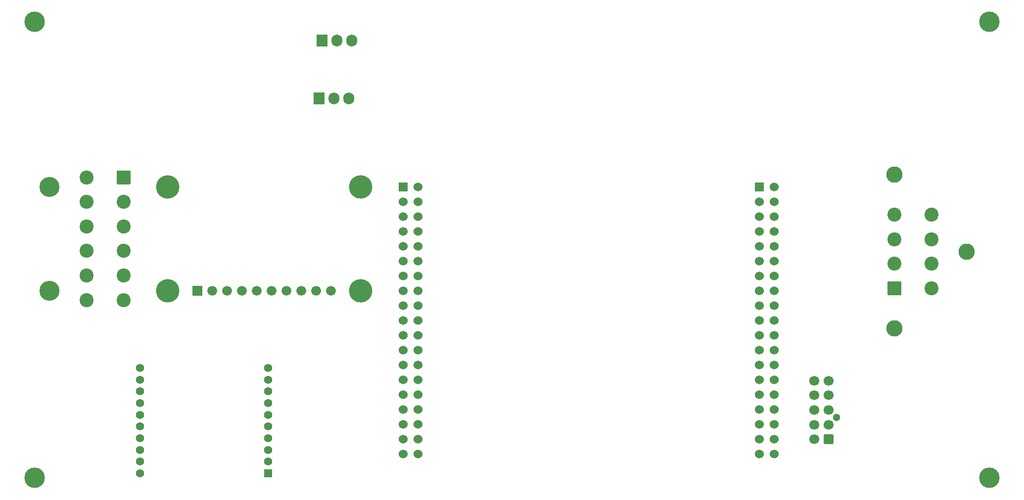
<source format=gbr>
%TF.GenerationSoftware,KiCad,Pcbnew,9.0.0*%
%TF.CreationDate,2025-03-11T01:30:40-07:00*%
%TF.ProjectId,TelemMainV3,54656c65-6d4d-4616-996e-56332e6b6963,3.0*%
%TF.SameCoordinates,Original*%
%TF.FileFunction,Soldermask,Bot*%
%TF.FilePolarity,Negative*%
%FSLAX46Y46*%
G04 Gerber Fmt 4.6, Leading zero omitted, Abs format (unit mm)*
G04 Created by KiCad (PCBNEW 9.0.0) date 2025-03-11 01:30:40*
%MOMM*%
%LPD*%
G01*
G04 APERTURE LIST*
G04 Aperture macros list*
%AMRoundRect*
0 Rectangle with rounded corners*
0 $1 Rounding radius*
0 $2 $3 $4 $5 $6 $7 $8 $9 X,Y pos of 4 corners*
0 Add a 4 corners polygon primitive as box body*
4,1,4,$2,$3,$4,$5,$6,$7,$8,$9,$2,$3,0*
0 Add four circle primitives for the rounded corners*
1,1,$1+$1,$2,$3*
1,1,$1+$1,$4,$5*
1,1,$1+$1,$6,$7*
1,1,$1+$1,$8,$9*
0 Add four rect primitives between the rounded corners*
20,1,$1+$1,$2,$3,$4,$5,0*
20,1,$1+$1,$4,$5,$6,$7,0*
20,1,$1+$1,$6,$7,$8,$9,0*
20,1,$1+$1,$8,$9,$2,$3,0*%
G04 Aperture macros list end*
%ADD10C,3.500000*%
%ADD11R,1.400000X1.400000*%
%ADD12C,1.400000*%
%ADD13C,4.000000*%
%ADD14C,1.676400*%
%ADD15R,1.676400X1.676400*%
%ADD16C,2.400000*%
%ADD17RoundRect,0.250000X0.950000X-0.950000X0.950000X0.950000X-0.950000X0.950000X-0.950000X-0.950000X0*%
%ADD18C,3.430000*%
%ADD19RoundRect,0.250000X-0.950000X0.950000X-0.950000X-0.950000X0.950000X-0.950000X0.950000X0.950000X0*%
%ADD20C,2.790000*%
%ADD21R,1.530000X1.530000*%
%ADD22C,1.530000*%
%ADD23R,1.905000X2.000000*%
%ADD24O,1.905000X2.000000*%
%ADD25C,1.300000*%
%ADD26RoundRect,0.250000X0.600000X0.600000X-0.600000X0.600000X-0.600000X-0.600000X0.600000X-0.600000X0*%
%ADD27C,1.700000*%
G04 APERTURE END LIST*
D10*
%TO.C,REF\u002A\u002A*%
X65500000Y-135052000D03*
%TD*%
%TO.C,REF\u002A\u002A*%
X228950000Y-135052000D03*
%TD*%
%TO.C,REF\u002A\u002A*%
X228950000Y-57000000D03*
%TD*%
%TO.C,REF\u002A\u002A*%
X65500000Y-57000000D03*
%TD*%
D11*
%TO.C,U5*%
X105500000Y-134250000D03*
D12*
X105500000Y-132250000D03*
X105500000Y-130250000D03*
X105500000Y-128250000D03*
X105500000Y-126250000D03*
X105500000Y-124250000D03*
X105500000Y-122250000D03*
X105500000Y-120250000D03*
X105500000Y-118250000D03*
X105500000Y-116250000D03*
X83500000Y-116250000D03*
X83500000Y-118250000D03*
X83500000Y-120250000D03*
X83500000Y-122250000D03*
X83500000Y-124250000D03*
X83500000Y-126250000D03*
X83500000Y-128250000D03*
X83500000Y-130250000D03*
X83500000Y-132250000D03*
X83500000Y-134250000D03*
%TD*%
D13*
%TO.C,U8*%
X121272000Y-103000000D03*
X121272000Y-85220000D03*
X88252000Y-103000000D03*
X88252000Y-85220000D03*
D14*
X116192000Y-103000000D03*
X113652000Y-103000000D03*
X111112000Y-103000000D03*
X108572000Y-103000000D03*
X106032000Y-103000000D03*
X103492000Y-103000000D03*
X100952000Y-103000000D03*
X98412000Y-103000000D03*
X95872000Y-103000000D03*
D15*
X93332000Y-103000000D03*
%TD*%
D16*
%TO.C,J3*%
X74350000Y-83610000D03*
X74350000Y-87810000D03*
X74350000Y-92010000D03*
X74350000Y-96210000D03*
X74350000Y-100410000D03*
X74350000Y-104610000D03*
X80700000Y-104610000D03*
X80700000Y-100410000D03*
X80700000Y-96210000D03*
X80700000Y-92010000D03*
X80700000Y-87810000D03*
D17*
X80700000Y-83610000D03*
D18*
X68000000Y-85220000D03*
X68000000Y-103000000D03*
%TD*%
D16*
%TO.C,J1*%
X219000000Y-102600000D03*
X219000000Y-98400000D03*
X219000000Y-94200000D03*
X219000000Y-90000000D03*
X212650000Y-90000000D03*
X212650000Y-94200000D03*
X212650000Y-98400000D03*
D19*
X212650000Y-102600000D03*
D20*
X212650000Y-109500000D03*
X225000000Y-96300000D03*
X212650000Y-83100000D03*
%TD*%
D21*
%TO.C,U3*%
X128547000Y-85285000D03*
D22*
X131087000Y-85285000D03*
X128547000Y-87825000D03*
X131087000Y-87825000D03*
X128547000Y-90365000D03*
X131087000Y-90365000D03*
X128547000Y-92905000D03*
X131087000Y-92905000D03*
X128547000Y-95445000D03*
X131087000Y-95445000D03*
X128547000Y-97985000D03*
X131087000Y-97985000D03*
X128547000Y-100525000D03*
X131087000Y-100525000D03*
X128547000Y-103065000D03*
X131087000Y-103065000D03*
X128547000Y-105605000D03*
X131087000Y-105605000D03*
X128547000Y-108145000D03*
X131087000Y-108145000D03*
X128547000Y-110685000D03*
X131087000Y-110685000D03*
X128547000Y-113225000D03*
X131087000Y-113225000D03*
X128547000Y-115765000D03*
X131087000Y-115765000D03*
X128547000Y-118305000D03*
X131087000Y-118305000D03*
X128547000Y-120845000D03*
X131087000Y-120845000D03*
X128547000Y-123385000D03*
X131087000Y-123385000D03*
X128547000Y-125925000D03*
X131087000Y-125925000D03*
X128547000Y-128465000D03*
X131087000Y-128465000D03*
X128547000Y-131005000D03*
X131087000Y-131005000D03*
D21*
X189507000Y-85285000D03*
D22*
X192047000Y-85285000D03*
X189507000Y-87825000D03*
X192047000Y-87825000D03*
X189507000Y-90365000D03*
X192047000Y-90365000D03*
X189507000Y-92905000D03*
X192047000Y-92905000D03*
X189507000Y-95445000D03*
X192047000Y-95445000D03*
X189507000Y-97985000D03*
X192047000Y-97985000D03*
X189507000Y-100525000D03*
X192047000Y-100525000D03*
X189507000Y-103065000D03*
X192047000Y-103065000D03*
X189507000Y-105605000D03*
X192047000Y-105605000D03*
X189507000Y-108145000D03*
X192047000Y-108145000D03*
X189507000Y-110685000D03*
X192047000Y-110685000D03*
X189507000Y-113225000D03*
X192047000Y-113225000D03*
X189507000Y-115765000D03*
X192047000Y-115765000D03*
X189507000Y-118305000D03*
X192047000Y-118305000D03*
X189507000Y-120845000D03*
X192047000Y-120845000D03*
X189507000Y-123385000D03*
X192047000Y-123385000D03*
X189507000Y-125925000D03*
X192047000Y-125925000D03*
X189507000Y-128465000D03*
X192047000Y-128465000D03*
X189507000Y-131005000D03*
X192047000Y-131005000D03*
%TD*%
D23*
%TO.C,U1*%
X114177000Y-70125000D03*
D24*
X116717000Y-70125000D03*
X119257000Y-70125000D03*
%TD*%
D23*
%TO.C,U2*%
X114677000Y-60180000D03*
D24*
X117217000Y-60180000D03*
X119757000Y-60180000D03*
%TD*%
D25*
%TO.C,J4*%
X202757000Y-124680000D03*
D26*
X201417000Y-128430000D03*
D27*
X201417000Y-125930000D03*
X201417000Y-123430000D03*
X201417000Y-120930000D03*
X201417000Y-118430000D03*
X198917000Y-128430000D03*
X198917000Y-125930000D03*
X198917000Y-123430000D03*
X198917000Y-120930000D03*
X198917000Y-118430000D03*
%TD*%
M02*

</source>
